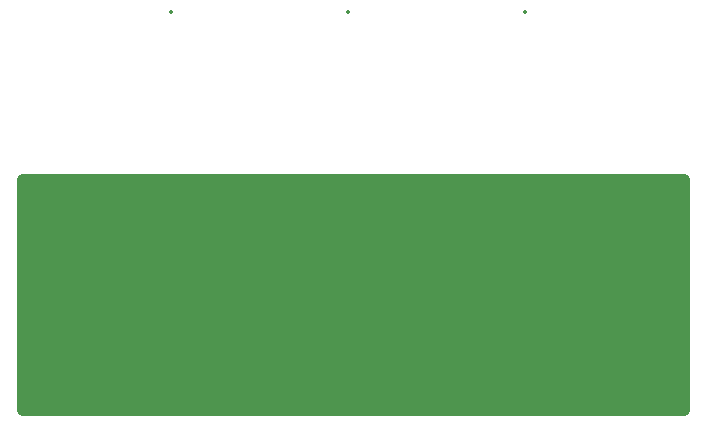
<source format=gbr>
%TF.GenerationSoftware,KiCad,Pcbnew,(5.1.4)-1*%
%TF.CreationDate,2021-01-21T23:44:22+08:00*%
%TF.ProjectId,Attenuator,41747465-6e75-4617-946f-722e6b696361,rev?*%
%TF.SameCoordinates,Original*%
%TF.FileFunction,Copper,L2,Bot*%
%TF.FilePolarity,Positive*%
%FSLAX46Y46*%
G04 Gerber Fmt 4.6, Leading zero omitted, Abs format (unit mm)*
G04 Created by KiCad (PCBNEW (5.1.4)-1) date 2021-01-21 23:44:22*
%MOMM*%
%LPD*%
G04 APERTURE LIST*
%ADD10R,5.000000X7.500000*%
%ADD11C,0.800000*%
%ADD12R,2.420000X5.080000*%
%ADD13C,6.000000*%
%ADD14C,1.200000*%
%ADD15C,1.000000*%
%ADD16C,0.350000*%
G04 APERTURE END LIST*
D10*
X59000000Y-39250000D03*
D11*
X38300000Y-36920000D03*
X38300000Y-34380000D03*
X38300000Y-39460000D03*
X38300000Y-42000000D03*
X39900000Y-36920000D03*
X41700000Y-42000000D03*
X41700000Y-39460000D03*
X41700000Y-34380000D03*
X41700000Y-36920000D03*
X39900000Y-39460000D03*
X39900000Y-42000000D03*
X39900000Y-34380000D03*
X43500000Y-36920000D03*
X43500000Y-34380000D03*
X43500000Y-39460000D03*
X43500000Y-42000000D03*
X45300000Y-42000000D03*
X45300000Y-36920000D03*
X45300000Y-39460000D03*
X45300000Y-34380000D03*
X53500000Y-36920000D03*
X53500000Y-34380000D03*
X53500000Y-39460000D03*
X53500000Y-42000000D03*
X55100000Y-36920000D03*
X56900000Y-42000000D03*
X56900000Y-39460000D03*
X56900000Y-34380000D03*
X56900000Y-36920000D03*
X55100000Y-39460000D03*
X55100000Y-42000000D03*
X55100000Y-34380000D03*
X58700000Y-36920000D03*
X58700000Y-34380000D03*
X58700000Y-39460000D03*
X58700000Y-42000000D03*
X60500000Y-42000000D03*
X60500000Y-36920000D03*
X60500000Y-39460000D03*
X60500000Y-34380000D03*
D12*
X53880000Y-40220000D03*
X45120000Y-40220000D03*
D10*
X85000000Y-39250000D03*
D11*
X64300000Y-36920000D03*
X64300000Y-34380000D03*
X64300000Y-39460000D03*
X64300000Y-42000000D03*
X65900000Y-36920000D03*
X67700000Y-42000000D03*
X67700000Y-39460000D03*
X67700000Y-34380000D03*
X67700000Y-36920000D03*
X65900000Y-39460000D03*
X65900000Y-42000000D03*
X65900000Y-34380000D03*
X69500000Y-36920000D03*
X69500000Y-34380000D03*
X69500000Y-39460000D03*
X69500000Y-42000000D03*
X71300000Y-42000000D03*
X71300000Y-36920000D03*
X71300000Y-39460000D03*
X71300000Y-34380000D03*
X79500000Y-36920000D03*
X79500000Y-34380000D03*
X79500000Y-39460000D03*
X79500000Y-42000000D03*
X81100000Y-36920000D03*
X82900000Y-42000000D03*
X82900000Y-39460000D03*
X82900000Y-34380000D03*
X82900000Y-36920000D03*
X81100000Y-39460000D03*
X81100000Y-42000000D03*
X81100000Y-34380000D03*
X84700000Y-36920000D03*
X84700000Y-34380000D03*
X84700000Y-39460000D03*
X84700000Y-42000000D03*
X86500000Y-42000000D03*
X86500000Y-36920000D03*
X86500000Y-39460000D03*
X86500000Y-34380000D03*
D12*
X79880000Y-40220000D03*
X71120000Y-40220000D03*
D11*
X90056810Y-26312500D03*
X90056810Y-28687500D03*
X88000000Y-29875000D03*
X85943190Y-28687500D03*
X85943190Y-26312500D03*
X88000000Y-25125000D03*
D13*
X88000000Y-27500000D03*
D11*
X40056810Y-26312500D03*
X40056810Y-28687500D03*
X38000000Y-29875000D03*
X35943190Y-28687500D03*
X35943190Y-26312500D03*
X38000000Y-25125000D03*
D13*
X38000000Y-27500000D03*
D14*
X83250000Y-42250000D03*
X83250000Y-34250000D03*
X41750000Y-34250000D03*
X41750000Y-42000000D03*
D15*
G36*
X90975001Y-42475000D02*
G01*
X35025000Y-42475000D01*
X35025000Y-23025000D01*
X90975000Y-23025000D01*
X90975001Y-42475000D01*
X90975001Y-42475000D01*
G37*
X90975001Y-42475000D02*
X35025000Y-42475000D01*
X35025000Y-23025000D01*
X90975000Y-23025000D01*
X90975001Y-42475000D01*
D16*
X83250000Y-42250000D03*
X83250000Y-34250000D03*
X41750000Y-34250000D03*
X41750000Y-42000000D03*
X77540000Y-8840000D03*
X62540000Y-8840000D03*
X47540000Y-8840000D03*
X38300000Y-36920000D03*
X38300000Y-34380000D03*
X38300000Y-39460000D03*
X38300000Y-42000000D03*
X39900000Y-36920000D03*
X41700000Y-42000000D03*
X41700000Y-39460000D03*
X41700000Y-34380000D03*
X41700000Y-36920000D03*
X39900000Y-39460000D03*
X39900000Y-42000000D03*
X39900000Y-34380000D03*
X43500000Y-36920000D03*
X43500000Y-34380000D03*
X43500000Y-39460000D03*
X43500000Y-42000000D03*
X45300000Y-42000000D03*
X45300000Y-36920000D03*
X45300000Y-39460000D03*
X45300000Y-34380000D03*
X53500000Y-36920000D03*
X53500000Y-34380000D03*
X53500000Y-39460000D03*
X53500000Y-42000000D03*
X55100000Y-36920000D03*
X56900000Y-42000000D03*
X56900000Y-39460000D03*
X56900000Y-34380000D03*
X56900000Y-36920000D03*
X55100000Y-39460000D03*
X55100000Y-42000000D03*
X55100000Y-34380000D03*
X58700000Y-36920000D03*
X58700000Y-34380000D03*
X58700000Y-39460000D03*
X58700000Y-42000000D03*
X60500000Y-42000000D03*
X60500000Y-36920000D03*
X60500000Y-39460000D03*
X60500000Y-34380000D03*
X64300000Y-36920000D03*
X64300000Y-34380000D03*
X64300000Y-39460000D03*
X64300000Y-42000000D03*
X65900000Y-36920000D03*
X67700000Y-42000000D03*
X67700000Y-39460000D03*
X67700000Y-34380000D03*
X67700000Y-36920000D03*
X65900000Y-39460000D03*
X65900000Y-42000000D03*
X65900000Y-34380000D03*
X69500000Y-36920000D03*
X69500000Y-34380000D03*
X69500000Y-39460000D03*
X69500000Y-42000000D03*
X71300000Y-42000000D03*
X71300000Y-36920000D03*
X71300000Y-39460000D03*
X71300000Y-34380000D03*
X79500000Y-36920000D03*
X79500000Y-34380000D03*
X79500000Y-39460000D03*
X79500000Y-42000000D03*
X81100000Y-36920000D03*
X82900000Y-42000000D03*
X82900000Y-39460000D03*
X82900000Y-34380000D03*
X82900000Y-36920000D03*
X81100000Y-39460000D03*
X81100000Y-42000000D03*
X81100000Y-34380000D03*
X84700000Y-36920000D03*
X84700000Y-34380000D03*
X84700000Y-39460000D03*
X84700000Y-42000000D03*
X86500000Y-42000000D03*
X86500000Y-36920000D03*
X86500000Y-39460000D03*
X86500000Y-34380000D03*
X90056810Y-26312500D03*
X90056810Y-28687500D03*
X88000000Y-29875000D03*
X85943190Y-28687500D03*
X85943190Y-26312500D03*
X88000000Y-25125000D03*
X88000000Y-27500000D03*
X40056810Y-26312500D03*
X40056810Y-28687500D03*
X38000000Y-29875000D03*
X35943190Y-28687500D03*
X35943190Y-26312500D03*
X38000000Y-25125000D03*
X38000000Y-27500000D03*
M02*

</source>
